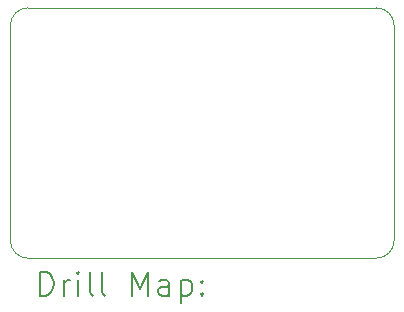
<source format=gbr>
%FSLAX45Y45*%
G04 Gerber Fmt 4.5, Leading zero omitted, Abs format (unit mm)*
G04 Created by KiCad (PCBNEW (6.0.1-0)) date 2022-06-21 09:38:59*
%MOMM*%
%LPD*%
G01*
G04 APERTURE LIST*
%TA.AperFunction,Profile*%
%ADD10C,0.100000*%
%TD*%
%ADD11C,0.200000*%
G04 APERTURE END LIST*
D10*
X9740900Y-5435600D02*
G75*
G03*
X9588500Y-5588000I0J-152400D01*
G01*
X12687300Y-5435600D02*
X9740900Y-5435600D01*
X9588500Y-7404100D02*
G75*
G03*
X9740900Y-7556500I152400J0D01*
G01*
X12839700Y-5588000D02*
G75*
G03*
X12687300Y-5435600I-152400J0D01*
G01*
X9588500Y-5588000D02*
X9588500Y-7404100D01*
X12839700Y-7404100D02*
X12839700Y-5588000D01*
X12687300Y-7556500D02*
G75*
G03*
X12839700Y-7404100I0J152400D01*
G01*
X9740900Y-7556500D02*
X12687300Y-7556500D01*
D11*
X9841119Y-7871976D02*
X9841119Y-7671976D01*
X9888738Y-7671976D01*
X9917310Y-7681500D01*
X9936357Y-7700548D01*
X9945881Y-7719595D01*
X9955405Y-7757690D01*
X9955405Y-7786262D01*
X9945881Y-7824357D01*
X9936357Y-7843405D01*
X9917310Y-7862452D01*
X9888738Y-7871976D01*
X9841119Y-7871976D01*
X10041119Y-7871976D02*
X10041119Y-7738643D01*
X10041119Y-7776738D02*
X10050643Y-7757690D01*
X10060167Y-7748167D01*
X10079214Y-7738643D01*
X10098262Y-7738643D01*
X10164929Y-7871976D02*
X10164929Y-7738643D01*
X10164929Y-7671976D02*
X10155405Y-7681500D01*
X10164929Y-7691024D01*
X10174452Y-7681500D01*
X10164929Y-7671976D01*
X10164929Y-7691024D01*
X10288738Y-7871976D02*
X10269690Y-7862452D01*
X10260167Y-7843405D01*
X10260167Y-7671976D01*
X10393500Y-7871976D02*
X10374452Y-7862452D01*
X10364929Y-7843405D01*
X10364929Y-7671976D01*
X10622071Y-7871976D02*
X10622071Y-7671976D01*
X10688738Y-7814833D01*
X10755405Y-7671976D01*
X10755405Y-7871976D01*
X10936357Y-7871976D02*
X10936357Y-7767214D01*
X10926833Y-7748167D01*
X10907786Y-7738643D01*
X10869690Y-7738643D01*
X10850643Y-7748167D01*
X10936357Y-7862452D02*
X10917310Y-7871976D01*
X10869690Y-7871976D01*
X10850643Y-7862452D01*
X10841119Y-7843405D01*
X10841119Y-7824357D01*
X10850643Y-7805309D01*
X10869690Y-7795786D01*
X10917310Y-7795786D01*
X10936357Y-7786262D01*
X11031595Y-7738643D02*
X11031595Y-7938643D01*
X11031595Y-7748167D02*
X11050643Y-7738643D01*
X11088738Y-7738643D01*
X11107786Y-7748167D01*
X11117310Y-7757690D01*
X11126833Y-7776738D01*
X11126833Y-7833881D01*
X11117310Y-7852928D01*
X11107786Y-7862452D01*
X11088738Y-7871976D01*
X11050643Y-7871976D01*
X11031595Y-7862452D01*
X11212548Y-7852928D02*
X11222071Y-7862452D01*
X11212548Y-7871976D01*
X11203024Y-7862452D01*
X11212548Y-7852928D01*
X11212548Y-7871976D01*
X11212548Y-7748167D02*
X11222071Y-7757690D01*
X11212548Y-7767214D01*
X11203024Y-7757690D01*
X11212548Y-7748167D01*
X11212548Y-7767214D01*
M02*

</source>
